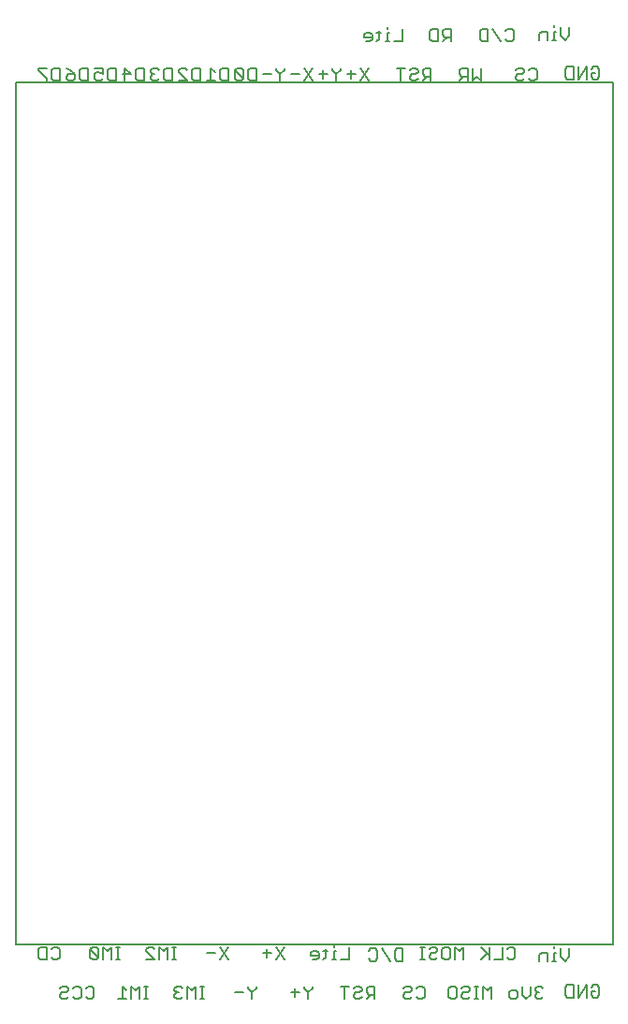
<source format=gbr>
G04 EAGLE Gerber RS-274X export*
G75*
%MOMM*%
%FSLAX34Y34*%
%LPD*%
%INSilkscreen Bottom*%
%IPPOS*%
%AMOC8*
5,1,8,0,0,1.08239X$1,22.5*%
G01*
%ADD10C,0.152400*%
%ADD11C,0.127000*%


D10*
X-204968Y411998D02*
X-204968Y400812D01*
X-210561Y400812D01*
X-212425Y402676D01*
X-212425Y410133D01*
X-210561Y411998D01*
X-204968Y411998D01*
X-220391Y410133D02*
X-224119Y411998D01*
X-220391Y410133D02*
X-216662Y406405D01*
X-216662Y402676D01*
X-218526Y400812D01*
X-222255Y400812D01*
X-224119Y402676D01*
X-224119Y404541D01*
X-222255Y406405D01*
X-216662Y406405D01*
X-179568Y411998D02*
X-179568Y400812D01*
X-185161Y400812D01*
X-187025Y402676D01*
X-187025Y410133D01*
X-185161Y411998D01*
X-179568Y411998D01*
X-191262Y411998D02*
X-198719Y411998D01*
X-191262Y411998D02*
X-191262Y406405D01*
X-194991Y408269D01*
X-196855Y408269D01*
X-198719Y406405D01*
X-198719Y402676D01*
X-196855Y400812D01*
X-193126Y400812D01*
X-191262Y402676D01*
X-154168Y400812D02*
X-154168Y411998D01*
X-154168Y400812D02*
X-159761Y400812D01*
X-161625Y402676D01*
X-161625Y410133D01*
X-159761Y411998D01*
X-154168Y411998D01*
X-171455Y411998D02*
X-171455Y400812D01*
X-165862Y406405D02*
X-171455Y411998D01*
X-173319Y406405D02*
X-165862Y406405D01*
X-128768Y411998D02*
X-128768Y400812D01*
X-134361Y400812D01*
X-136225Y402676D01*
X-136225Y410133D01*
X-134361Y411998D01*
X-128768Y411998D01*
X-140462Y410133D02*
X-142326Y411998D01*
X-146055Y411998D01*
X-147919Y410133D01*
X-147919Y408269D01*
X-146055Y406405D01*
X-144191Y406405D01*
X-146055Y406405D02*
X-147919Y404541D01*
X-147919Y402676D01*
X-146055Y400812D01*
X-142326Y400812D01*
X-140462Y402676D01*
X-230368Y400812D02*
X-230368Y411998D01*
X-230368Y400812D02*
X-235961Y400812D01*
X-237825Y402676D01*
X-237825Y410133D01*
X-235961Y411998D01*
X-230368Y411998D01*
X-242062Y411998D02*
X-249519Y411998D01*
X-249519Y410133D01*
X-242062Y402676D01*
X-242062Y400812D01*
X-103368Y400812D02*
X-103368Y411998D01*
X-103368Y400812D02*
X-108961Y400812D01*
X-110825Y402676D01*
X-110825Y410133D01*
X-108961Y411998D01*
X-103368Y411998D01*
X-115062Y400812D02*
X-122519Y400812D01*
X-115062Y400812D02*
X-122519Y408269D01*
X-122519Y410133D01*
X-120655Y411998D01*
X-116926Y411998D01*
X-115062Y410133D01*
X-77968Y411998D02*
X-77968Y400812D01*
X-83561Y400812D01*
X-85425Y402676D01*
X-85425Y410133D01*
X-83561Y411998D01*
X-77968Y411998D01*
X-89662Y408269D02*
X-93391Y411998D01*
X-93391Y400812D01*
X-97119Y400812D02*
X-89662Y400812D01*
X-52568Y400812D02*
X-52568Y411998D01*
X-52568Y400812D02*
X-58161Y400812D01*
X-60025Y402676D01*
X-60025Y410133D01*
X-58161Y411998D01*
X-52568Y411998D01*
X-64262Y410133D02*
X-64262Y402676D01*
X-64262Y410133D02*
X-66126Y411998D01*
X-69855Y411998D01*
X-71719Y410133D01*
X-71719Y402676D01*
X-69855Y400812D01*
X-66126Y400812D01*
X-64262Y402676D01*
X-71719Y410133D01*
X-27168Y410133D02*
X-27168Y411998D01*
X-27168Y410133D02*
X-30897Y406405D01*
X-34625Y410133D01*
X-34625Y411998D01*
X-30897Y406405D02*
X-30897Y400812D01*
X-38862Y406405D02*
X-46319Y406405D01*
X-9225Y400812D02*
X-1768Y411998D01*
X-9225Y411998D02*
X-1768Y400812D01*
X-13462Y406405D02*
X-20919Y406405D01*
X23632Y410133D02*
X23632Y411998D01*
X23632Y410133D02*
X19903Y406405D01*
X16175Y410133D01*
X16175Y411998D01*
X19903Y406405D02*
X19903Y400812D01*
X11938Y406405D02*
X4481Y406405D01*
X8210Y410133D02*
X8210Y402676D01*
X41575Y400812D02*
X49032Y411998D01*
X41575Y411998D02*
X49032Y400812D01*
X37338Y406405D02*
X29881Y406405D01*
X33610Y410133D02*
X33610Y402676D01*
X79688Y436372D02*
X79688Y447558D01*
X79688Y436372D02*
X72231Y436372D01*
X67994Y443829D02*
X66130Y443829D01*
X66130Y436372D01*
X67994Y436372D02*
X64266Y436372D01*
X66130Y447558D02*
X66130Y449422D01*
X58334Y445693D02*
X58334Y438236D01*
X56470Y436372D01*
X56470Y443829D02*
X60198Y443829D01*
X50538Y436372D02*
X46809Y436372D01*
X50538Y436372D02*
X52402Y438236D01*
X52402Y441965D01*
X50538Y443829D01*
X46809Y443829D01*
X44945Y441965D01*
X44945Y440101D01*
X52402Y440101D01*
X105679Y411998D02*
X105679Y400812D01*
X105679Y411998D02*
X100086Y411998D01*
X98222Y410133D01*
X98222Y406405D01*
X100086Y404541D01*
X105679Y404541D01*
X101950Y404541D02*
X98222Y400812D01*
X88392Y411998D02*
X86528Y410133D01*
X88392Y411998D02*
X92121Y411998D01*
X93985Y410133D01*
X93985Y408269D01*
X92121Y406405D01*
X88392Y406405D01*
X86528Y404541D01*
X86528Y402676D01*
X88392Y400812D01*
X92121Y400812D01*
X93985Y402676D01*
X78563Y400812D02*
X78563Y411998D01*
X82291Y411998D02*
X74834Y411998D01*
X123962Y436372D02*
X123962Y447558D01*
X118369Y447558D01*
X116505Y445693D01*
X116505Y441965D01*
X118369Y440101D01*
X123962Y440101D01*
X120234Y440101D02*
X116505Y436372D01*
X112268Y436372D02*
X112268Y447558D01*
X112268Y436372D02*
X106675Y436372D01*
X104811Y438236D01*
X104811Y445693D01*
X106675Y447558D01*
X112268Y447558D01*
X150632Y411998D02*
X150632Y400812D01*
X146903Y404541D01*
X143175Y400812D01*
X143175Y411998D01*
X138938Y411998D02*
X138938Y400812D01*
X138938Y411998D02*
X133345Y411998D01*
X131481Y410133D01*
X131481Y406405D01*
X133345Y404541D01*
X138938Y404541D01*
X135210Y404541D02*
X131481Y400812D01*
X173152Y445693D02*
X175016Y447558D01*
X178745Y447558D01*
X180609Y445693D01*
X180609Y438236D01*
X178745Y436372D01*
X175016Y436372D01*
X173152Y438236D01*
X168915Y436372D02*
X161458Y447558D01*
X157221Y447558D02*
X157221Y436372D01*
X151628Y436372D01*
X149764Y438236D01*
X149764Y445693D01*
X151628Y447558D01*
X157221Y447558D01*
X193975Y410133D02*
X195839Y411998D01*
X199568Y411998D01*
X201432Y410133D01*
X201432Y402676D01*
X199568Y400812D01*
X195839Y400812D01*
X193975Y402676D01*
X184145Y411998D02*
X182281Y410133D01*
X184145Y411998D02*
X187874Y411998D01*
X189738Y410133D01*
X189738Y408269D01*
X187874Y406405D01*
X184145Y406405D01*
X182281Y404541D01*
X182281Y402676D01*
X184145Y400812D01*
X187874Y400812D01*
X189738Y402676D01*
X230730Y441371D02*
X230730Y448828D01*
X230730Y441371D02*
X227002Y437642D01*
X223273Y441371D01*
X223273Y448828D01*
X219036Y445099D02*
X217172Y445099D01*
X217172Y437642D01*
X219036Y437642D02*
X215308Y437642D01*
X217172Y448828D02*
X217172Y450692D01*
X211240Y445099D02*
X211240Y437642D01*
X211240Y445099D02*
X205647Y445099D01*
X203783Y443235D01*
X203783Y437642D01*
X250622Y411403D02*
X252486Y413268D01*
X256215Y413268D01*
X258079Y411403D01*
X258079Y403946D01*
X256215Y402082D01*
X252486Y402082D01*
X250622Y403946D01*
X250622Y407675D01*
X254350Y407675D01*
X246385Y402082D02*
X246385Y413268D01*
X238928Y402082D01*
X238928Y413268D01*
X234691Y413268D02*
X234691Y402082D01*
X229098Y402082D01*
X227234Y403946D01*
X227234Y411403D01*
X229098Y413268D01*
X234691Y413268D01*
X-235961Y-383022D02*
X-237825Y-384887D01*
X-235961Y-383022D02*
X-232232Y-383022D01*
X-230368Y-384887D01*
X-230368Y-392344D01*
X-232232Y-394208D01*
X-235961Y-394208D01*
X-237825Y-392344D01*
X-242062Y-394208D02*
X-242062Y-383022D01*
X-242062Y-394208D02*
X-247655Y-394208D01*
X-249519Y-392344D01*
X-249519Y-384887D01*
X-247655Y-383022D01*
X-242062Y-383022D01*
X-204714Y-418582D02*
X-206578Y-420447D01*
X-204714Y-418582D02*
X-200985Y-418582D01*
X-199121Y-420447D01*
X-199121Y-427904D01*
X-200985Y-429768D01*
X-204714Y-429768D01*
X-206578Y-427904D01*
X-216408Y-418582D02*
X-218272Y-420447D01*
X-216408Y-418582D02*
X-212679Y-418582D01*
X-210815Y-420447D01*
X-210815Y-427904D01*
X-212679Y-429768D01*
X-216408Y-429768D01*
X-218272Y-427904D01*
X-228102Y-418582D02*
X-229966Y-420447D01*
X-228102Y-418582D02*
X-224373Y-418582D01*
X-222509Y-420447D01*
X-222509Y-422311D01*
X-224373Y-424175D01*
X-228102Y-424175D01*
X-229966Y-426040D01*
X-229966Y-427904D01*
X-228102Y-429768D01*
X-224373Y-429768D01*
X-222509Y-427904D01*
X-179399Y-394208D02*
X-175670Y-394208D01*
X-177534Y-394208D02*
X-177534Y-383022D01*
X-175670Y-383022D02*
X-179399Y-383022D01*
X-183466Y-383022D02*
X-183466Y-394208D01*
X-187195Y-386751D02*
X-183466Y-383022D01*
X-187195Y-386751D02*
X-190923Y-383022D01*
X-190923Y-394208D01*
X-195160Y-392344D02*
X-195160Y-384887D01*
X-197024Y-383022D01*
X-200753Y-383022D01*
X-202617Y-384887D01*
X-202617Y-392344D01*
X-200753Y-394208D01*
X-197024Y-394208D01*
X-195160Y-392344D01*
X-202617Y-384887D01*
X-153999Y-429768D02*
X-150270Y-429768D01*
X-152134Y-429768D02*
X-152134Y-418582D01*
X-150270Y-418582D02*
X-153999Y-418582D01*
X-158066Y-418582D02*
X-158066Y-429768D01*
X-161794Y-422311D02*
X-158066Y-418582D01*
X-161794Y-422311D02*
X-165523Y-418582D01*
X-165523Y-429768D01*
X-169760Y-422311D02*
X-173488Y-418582D01*
X-173488Y-429768D01*
X-169760Y-429768D02*
X-177217Y-429768D01*
X-128599Y-394208D02*
X-124870Y-394208D01*
X-126734Y-394208D02*
X-126734Y-383022D01*
X-124870Y-383022D02*
X-128599Y-383022D01*
X-132666Y-383022D02*
X-132666Y-394208D01*
X-136395Y-386751D02*
X-132666Y-383022D01*
X-136395Y-386751D02*
X-140123Y-383022D01*
X-140123Y-394208D01*
X-144360Y-394208D02*
X-151817Y-394208D01*
X-144360Y-394208D02*
X-151817Y-386751D01*
X-151817Y-384887D01*
X-149953Y-383022D01*
X-146224Y-383022D01*
X-144360Y-384887D01*
X-103199Y-429768D02*
X-99470Y-429768D01*
X-101334Y-429768D02*
X-101334Y-418582D01*
X-99470Y-418582D02*
X-103199Y-418582D01*
X-107266Y-418582D02*
X-107266Y-429768D01*
X-110994Y-422311D02*
X-107266Y-418582D01*
X-110994Y-422311D02*
X-114723Y-418582D01*
X-114723Y-429768D01*
X-118960Y-420447D02*
X-120824Y-418582D01*
X-124553Y-418582D01*
X-126417Y-420447D01*
X-126417Y-422311D01*
X-124553Y-424175D01*
X-122688Y-424175D01*
X-124553Y-424175D02*
X-126417Y-426040D01*
X-126417Y-427904D01*
X-124553Y-429768D01*
X-120824Y-429768D01*
X-118960Y-427904D01*
X-85425Y-394208D02*
X-77968Y-383022D01*
X-85425Y-383022D02*
X-77968Y-394208D01*
X-89662Y-388615D02*
X-97119Y-388615D01*
X-52568Y-418582D02*
X-52568Y-420447D01*
X-56297Y-424175D01*
X-60025Y-420447D01*
X-60025Y-418582D01*
X-56297Y-424175D02*
X-56297Y-429768D01*
X-64262Y-424175D02*
X-71719Y-424175D01*
X-34625Y-394208D02*
X-27168Y-383022D01*
X-34625Y-383022D02*
X-27168Y-394208D01*
X-38862Y-388615D02*
X-46319Y-388615D01*
X-42591Y-384887D02*
X-42591Y-392344D01*
X-1768Y-418582D02*
X-1768Y-420447D01*
X-5497Y-424175D01*
X-9225Y-420447D01*
X-9225Y-418582D01*
X-5497Y-424175D02*
X-5497Y-429768D01*
X-13462Y-424175D02*
X-20919Y-424175D01*
X-17190Y-420447D02*
X-17190Y-427904D01*
X31428Y-394208D02*
X31428Y-383022D01*
X31428Y-394208D02*
X23971Y-394208D01*
X19734Y-386751D02*
X17870Y-386751D01*
X17870Y-394208D01*
X19734Y-394208D02*
X16006Y-394208D01*
X17870Y-383022D02*
X17870Y-381158D01*
X10074Y-384887D02*
X10074Y-392344D01*
X8210Y-394208D01*
X8210Y-386751D02*
X11938Y-386751D01*
X2278Y-394208D02*
X-1451Y-394208D01*
X2278Y-394208D02*
X4142Y-392344D01*
X4142Y-388615D01*
X2278Y-386751D01*
X-1451Y-386751D01*
X-3315Y-388615D01*
X-3315Y-390480D01*
X4142Y-390480D01*
X54879Y-418582D02*
X54879Y-429768D01*
X54879Y-418582D02*
X49286Y-418582D01*
X47422Y-420447D01*
X47422Y-424175D01*
X49286Y-426040D01*
X54879Y-426040D01*
X51151Y-426040D02*
X47422Y-429768D01*
X37592Y-418582D02*
X35728Y-420447D01*
X37592Y-418582D02*
X41321Y-418582D01*
X43185Y-420447D01*
X43185Y-422311D01*
X41321Y-424175D01*
X37592Y-424175D01*
X35728Y-426040D01*
X35728Y-427904D01*
X37592Y-429768D01*
X41321Y-429768D01*
X43185Y-427904D01*
X27763Y-429768D02*
X27763Y-418582D01*
X31491Y-418582D02*
X24034Y-418582D01*
X80279Y-395478D02*
X80279Y-384292D01*
X80279Y-395478D02*
X74686Y-395478D01*
X72822Y-393614D01*
X72822Y-386157D01*
X74686Y-384292D01*
X80279Y-384292D01*
X68585Y-395478D02*
X61128Y-384292D01*
X51298Y-384292D02*
X49434Y-386157D01*
X51298Y-384292D02*
X55027Y-384292D01*
X56891Y-386157D01*
X56891Y-393614D01*
X55027Y-395478D01*
X51298Y-395478D01*
X49434Y-393614D01*
X92375Y-420447D02*
X94239Y-418582D01*
X97968Y-418582D01*
X99832Y-420447D01*
X99832Y-427904D01*
X97968Y-429768D01*
X94239Y-429768D01*
X92375Y-427904D01*
X82545Y-418582D02*
X80681Y-420447D01*
X82545Y-418582D02*
X86274Y-418582D01*
X88138Y-420447D01*
X88138Y-422311D01*
X86274Y-424175D01*
X82545Y-424175D01*
X80681Y-426040D01*
X80681Y-427904D01*
X82545Y-429768D01*
X86274Y-429768D01*
X88138Y-427904D01*
X134977Y-394208D02*
X134977Y-383022D01*
X131248Y-386751D01*
X127520Y-383022D01*
X127520Y-394208D01*
X121419Y-383022D02*
X117690Y-383022D01*
X121419Y-383022D02*
X123283Y-384887D01*
X123283Y-392344D01*
X121419Y-394208D01*
X117690Y-394208D01*
X115826Y-392344D01*
X115826Y-384887D01*
X117690Y-383022D01*
X105996Y-383022D02*
X104132Y-384887D01*
X105996Y-383022D02*
X109725Y-383022D01*
X111589Y-384887D01*
X111589Y-386751D01*
X109725Y-388615D01*
X105996Y-388615D01*
X104132Y-390480D01*
X104132Y-392344D01*
X105996Y-394208D01*
X109725Y-394208D01*
X111589Y-392344D01*
X99895Y-394208D02*
X96167Y-394208D01*
X98031Y-394208D02*
X98031Y-383022D01*
X99895Y-383022D02*
X96167Y-383022D01*
X160377Y-418582D02*
X160377Y-429768D01*
X156649Y-422311D02*
X160377Y-418582D01*
X156649Y-422311D02*
X152920Y-418582D01*
X152920Y-429768D01*
X148683Y-429768D02*
X144955Y-429768D01*
X146819Y-429768D02*
X146819Y-418582D01*
X148683Y-418582D02*
X144955Y-418582D01*
X135294Y-418582D02*
X133430Y-420447D01*
X135294Y-418582D02*
X139023Y-418582D01*
X140887Y-420447D01*
X140887Y-422311D01*
X139023Y-424175D01*
X135294Y-424175D01*
X133430Y-426040D01*
X133430Y-427904D01*
X135294Y-429768D01*
X139023Y-429768D01*
X140887Y-427904D01*
X127329Y-418582D02*
X123600Y-418582D01*
X127329Y-418582D02*
X129193Y-420447D01*
X129193Y-427904D01*
X127329Y-429768D01*
X123600Y-429768D01*
X121736Y-427904D01*
X121736Y-420447D01*
X123600Y-418582D01*
X174422Y-384887D02*
X176286Y-383022D01*
X180015Y-383022D01*
X181879Y-384887D01*
X181879Y-392344D01*
X180015Y-394208D01*
X176286Y-394208D01*
X174422Y-392344D01*
X170185Y-394208D02*
X170185Y-383022D01*
X170185Y-394208D02*
X162728Y-394208D01*
X158491Y-394208D02*
X158491Y-383022D01*
X151034Y-383022D02*
X158491Y-390480D01*
X156627Y-388615D02*
X151034Y-394208D01*
X205415Y-418582D02*
X207279Y-420447D01*
X205415Y-418582D02*
X201686Y-418582D01*
X199822Y-420447D01*
X199822Y-422311D01*
X201686Y-424175D01*
X203551Y-424175D01*
X201686Y-424175D02*
X199822Y-426040D01*
X199822Y-427904D01*
X201686Y-429768D01*
X205415Y-429768D01*
X207279Y-427904D01*
X195585Y-426040D02*
X195585Y-418582D01*
X195585Y-426040D02*
X191857Y-429768D01*
X188128Y-426040D01*
X188128Y-418582D01*
X182027Y-429768D02*
X178298Y-429768D01*
X176434Y-427904D01*
X176434Y-424175D01*
X178298Y-422311D01*
X182027Y-422311D01*
X183891Y-424175D01*
X183891Y-427904D01*
X182027Y-429768D01*
X230730Y-391750D02*
X230730Y-384292D01*
X230730Y-391750D02*
X227001Y-395478D01*
X223273Y-391750D01*
X223273Y-384292D01*
X219036Y-388021D02*
X217172Y-388021D01*
X217172Y-395478D01*
X219036Y-395478D02*
X215308Y-395478D01*
X217172Y-384292D02*
X217172Y-382428D01*
X211240Y-388021D02*
X211240Y-395478D01*
X211240Y-388021D02*
X205647Y-388021D01*
X203783Y-389885D01*
X203783Y-395478D01*
X250622Y-419177D02*
X252486Y-417312D01*
X256215Y-417312D01*
X258079Y-419177D01*
X258079Y-426634D01*
X256215Y-428498D01*
X252486Y-428498D01*
X250622Y-426634D01*
X250622Y-422905D01*
X254350Y-422905D01*
X246385Y-428498D02*
X246385Y-417312D01*
X238928Y-428498D01*
X238928Y-417312D01*
X234691Y-417312D02*
X234691Y-428498D01*
X229098Y-428498D01*
X227234Y-426634D01*
X227234Y-419177D01*
X229098Y-417312D01*
X234691Y-417312D01*
D11*
X270000Y399050D02*
X-270000Y399050D01*
X-270000Y-380950D01*
X270000Y-380950D01*
X270000Y399050D01*
M02*

</source>
